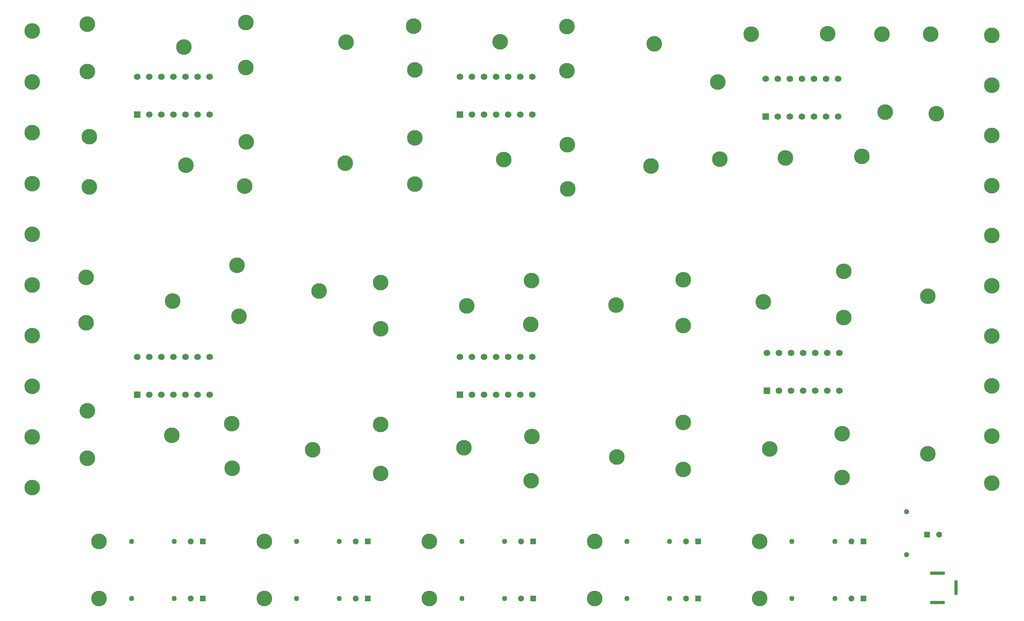
<source format=gtl>
G04*
G04 #@! TF.GenerationSoftware,Altium Limited,Altium Designer,24.3.1 (35)*
G04*
G04 Layer_Physical_Order=1*
G04 Layer_Color=255*
%FSLAX44Y44*%
%MOMM*%
G71*
G04*
G04 #@! TF.SameCoordinates,19752D80-6C45-4E96-A252-4C1BB4621B5E*
G04*
G04*
G04 #@! TF.FilePolarity,Positive*
G04*
G01*
G75*
%ADD25R,3.1000X0.8000*%
%ADD26R,0.8000X3.1000*%
%ADD27C,3.3000*%
%ADD28C,1.1000*%
%ADD29C,1.3000*%
%ADD30R,1.3000X1.3000*%
%ADD31R,1.3600X1.3600*%
%ADD32C,1.3600*%
D25*
X1966250Y140250D02*
D03*
Y78750D02*
D03*
D26*
X2004750Y110250D02*
D03*
D27*
X794250Y454250D02*
D03*
Y350500D02*
D03*
Y655000D02*
D03*
Y752500D02*
D03*
X549250Y207500D02*
D03*
X549250Y87500D02*
D03*
X177250Y1297000D02*
D03*
Y1197000D02*
D03*
X1951750Y1276250D02*
D03*
X1856250Y1112000D02*
D03*
X1963500Y1108500D02*
D03*
X174750Y668000D02*
D03*
X866250Y1200750D02*
D03*
X863750Y1293000D02*
D03*
X1045750Y1259500D02*
D03*
X1186500Y1291750D02*
D03*
Y1199250D02*
D03*
X721250Y1259000D02*
D03*
X1849500Y1276250D02*
D03*
X1573750D02*
D03*
X1735000Y1277000D02*
D03*
X380250Y1249000D02*
D03*
X510250Y1300750D02*
D03*
X719750Y1004500D02*
D03*
X181250Y1060250D02*
D03*
Y954000D02*
D03*
X384250Y1000250D02*
D03*
X508250Y956000D02*
D03*
X511500Y1048750D02*
D03*
X1186750Y1042750D02*
D03*
X1363500Y998000D02*
D03*
X1507750Y1012750D02*
D03*
X866250Y1057750D02*
D03*
X975500Y703250D02*
D03*
X1112000Y757000D02*
D03*
X1109750Y664750D02*
D03*
X1289750Y705000D02*
D03*
X1430750Y662500D02*
D03*
Y758750D02*
D03*
X1599500Y711750D02*
D03*
X1768500Y776750D02*
D03*
Y679250D02*
D03*
X664750Y735250D02*
D03*
X496500Y681250D02*
D03*
X492250Y789000D02*
D03*
X356250Y713750D02*
D03*
X174750Y763500D02*
D03*
X177250Y482250D02*
D03*
Y382750D02*
D03*
X354500Y431000D02*
D03*
X482000Y361750D02*
D03*
X481000Y455750D02*
D03*
X650750Y400500D02*
D03*
X1765500Y434000D02*
D03*
X969250Y404500D02*
D03*
X1111000Y335000D02*
D03*
X1112750Y428250D02*
D03*
X61000Y1282750D02*
D03*
Y1174972D02*
D03*
Y1068194D02*
D03*
Y961416D02*
D03*
Y854639D02*
D03*
Y747861D02*
D03*
Y641083D02*
D03*
Y534305D02*
D03*
Y427528D02*
D03*
Y320750D02*
D03*
X2080000Y1273750D02*
D03*
Y1168175D02*
D03*
Y1062600D02*
D03*
Y957025D02*
D03*
Y851450D02*
D03*
Y745875D02*
D03*
Y640300D02*
D03*
Y534725D02*
D03*
Y429150D02*
D03*
Y330250D02*
D03*
X896750Y87500D02*
D03*
X1244250Y207500D02*
D03*
X1244250Y87500D02*
D03*
X201750D02*
D03*
Y207500D02*
D03*
X1291000Y385250D02*
D03*
X1591750Y207500D02*
D03*
X510250Y1206000D02*
D03*
X1369500Y1256000D02*
D03*
X866250Y960500D02*
D03*
X1053500Y1012000D02*
D03*
X1187500Y949750D02*
D03*
X1504000Y1175250D02*
D03*
X1645500Y1015000D02*
D03*
X1807000Y1019000D02*
D03*
X1945500Y724000D02*
D03*
X1430750Y458250D02*
D03*
Y358750D02*
D03*
X1612500Y402000D02*
D03*
X1765500Y341750D02*
D03*
X1945500Y392250D02*
D03*
X1591750Y87500D02*
D03*
X896750Y207500D02*
D03*
D28*
X617250D02*
D03*
X707250D02*
D03*
X964750D02*
D03*
X1054750D02*
D03*
X1901000Y269750D02*
D03*
Y179750D02*
D03*
X964750Y87500D02*
D03*
X1054750D02*
D03*
X1402250Y207500D02*
D03*
X1312250D02*
D03*
Y87500D02*
D03*
X1402250D02*
D03*
X359750D02*
D03*
X269750D02*
D03*
X269750Y207500D02*
D03*
X359750D02*
D03*
X1749750D02*
D03*
X1659750D02*
D03*
Y87500D02*
D03*
X1749750D02*
D03*
X617250D02*
D03*
X707250D02*
D03*
D29*
X1089350Y207500D02*
D03*
X394350D02*
D03*
X741850D02*
D03*
X1436850D02*
D03*
X1784350D02*
D03*
X394350Y87500D02*
D03*
X1436850D02*
D03*
X1089350D02*
D03*
X1784350D02*
D03*
X1969150Y221500D02*
D03*
X741850Y87500D02*
D03*
D30*
X1114750Y207500D02*
D03*
X419750D02*
D03*
X767250D02*
D03*
X1462250D02*
D03*
X1809750D02*
D03*
X419750Y87500D02*
D03*
X1462250D02*
D03*
X1114750D02*
D03*
X1809750D02*
D03*
X1943750Y221500D02*
D03*
X767250Y87500D02*
D03*
D31*
X282050Y1106750D02*
D03*
X961150D02*
D03*
X1604400Y1102000D02*
D03*
X282050Y516750D02*
D03*
X961150D02*
D03*
X1606900Y525250D02*
D03*
D32*
X307450Y1106750D02*
D03*
X332850D02*
D03*
X358250D02*
D03*
X383650D02*
D03*
X409050D02*
D03*
X434450D02*
D03*
X282050Y1186450D02*
D03*
X307450D02*
D03*
X332850D02*
D03*
X358250D02*
D03*
X383650D02*
D03*
X409050D02*
D03*
X434450D02*
D03*
X1113550D02*
D03*
X1088150D02*
D03*
X1062750D02*
D03*
X1037350D02*
D03*
X1011950D02*
D03*
X986550D02*
D03*
X961150D02*
D03*
X1113550Y1106750D02*
D03*
X1088150D02*
D03*
X1062750D02*
D03*
X1037350D02*
D03*
X1011950D02*
D03*
X986550D02*
D03*
X1629800Y1102000D02*
D03*
X1655200D02*
D03*
X1680600D02*
D03*
X1706000D02*
D03*
X1731400D02*
D03*
X1756800D02*
D03*
X1604400Y1181700D02*
D03*
X1629800D02*
D03*
X1655200D02*
D03*
X1680600D02*
D03*
X1706000D02*
D03*
X1731400D02*
D03*
X1756800D02*
D03*
X434450Y596450D02*
D03*
X409050D02*
D03*
X383650D02*
D03*
X358250D02*
D03*
X332850D02*
D03*
X307450D02*
D03*
X282050D02*
D03*
X434450Y516750D02*
D03*
X409050D02*
D03*
X383650D02*
D03*
X358250D02*
D03*
X332850D02*
D03*
X307450D02*
D03*
X986550D02*
D03*
X1011950D02*
D03*
X1037350D02*
D03*
X1062750D02*
D03*
X1088150D02*
D03*
X1113550D02*
D03*
X961150Y596450D02*
D03*
X986550D02*
D03*
X1011950D02*
D03*
X1037350D02*
D03*
X1062750D02*
D03*
X1088150D02*
D03*
X1113550D02*
D03*
X1759300Y604950D02*
D03*
X1733900D02*
D03*
X1708500D02*
D03*
X1683100D02*
D03*
X1657700D02*
D03*
X1632300D02*
D03*
X1606900D02*
D03*
X1759300Y525250D02*
D03*
X1733900D02*
D03*
X1708500D02*
D03*
X1683100D02*
D03*
X1657700D02*
D03*
X1632300D02*
D03*
M02*

</source>
